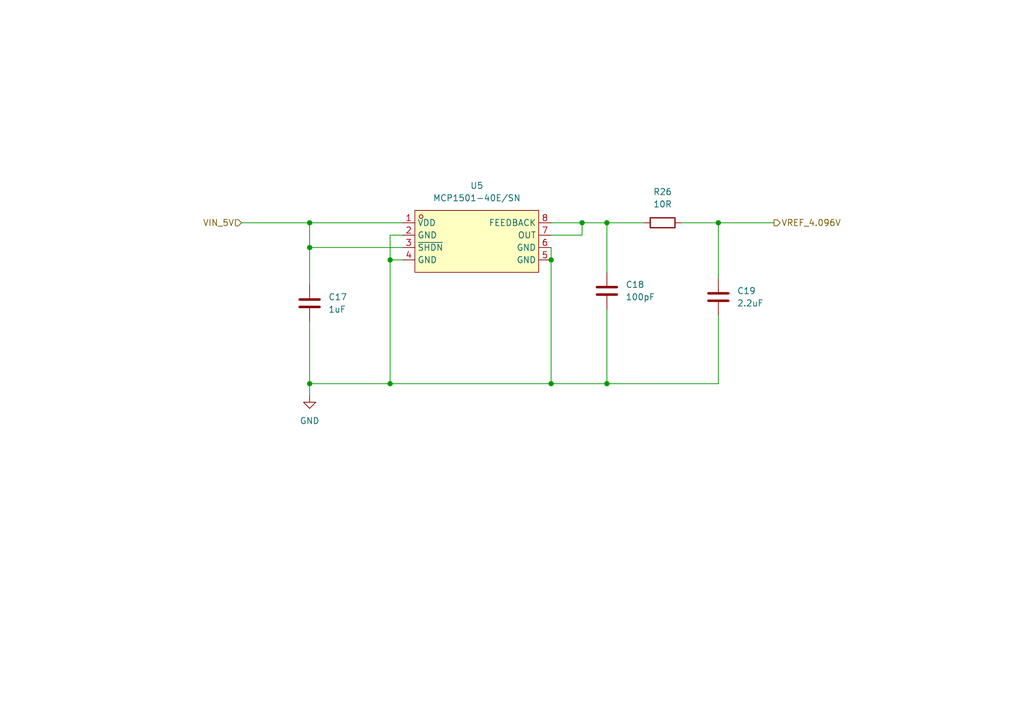
<source format=kicad_sch>
(kicad_sch (version 20250114) (generator "eeschema") (generator_version "9.0")
  (paper "A5")
  (lib_symbols
    (symbol "Device:C" (pin_numbers (hide yes)) (pin_names (offset 0.254))
      (property "Reference" "C" (at 0.635 2.54 0))
      (property "Value" "C" (at 0.635 -2.54 0))
      (symbol "C_0_1"
        (polyline (pts (xy -2.032 0.762) (xy 2.032 0.762)) (stroke (width 0.508)))
        (polyline (pts (xy -2.032 -0.762) (xy 2.032 -0.762)) (stroke (width 0.508)))
      )
      (symbol "C_1_1"
        (pin passive line (at 0 3.81 270) (length 2.794) (name "~") (number "1"))
        (pin passive line (at 0 -3.81 90) (length 2.794) (name "~") (number "2"))
      )
    )
    (symbol "Device:R" (pin_numbers (hide yes)) (pin_names (offset 0))
      (property "Reference" "R" (at 2.032 0 90))
      (property "Value" "R" (at 0 0 90))
      (symbol "R_0_1"
        (rectangle (start -1.016 -2.54) (end 1.016 2.54) (stroke (width 0.254)))
      )
      (symbol "R_1_1"
        (pin passive line (at 0 3.81 270) (length 1.27) (name "~") (number "1"))
        (pin passive line (at 0 -3.81 90) (length 1.27) (name "~") (number "2"))
      )
    )
    (symbol "Passive:MCP1501-40E_SN"
      (property "Reference" "U" (at 0 8.89 0))
      (property "Value" "MCP1501-40E/SN" (at 0 -8.89 0))
      (symbol "MCP1501-40E_SN_0_1"
        (rectangle (start -12.7 6.35) (end 12.7 -6.35) (fill (type background)))
        (circle (center -11.43 5.08) (radius 0.38))
        (pin unspecified line (at -15.24 3.81 0) (length 2.54) (name "VDD") (number "1"))
        (pin unspecified line (at -15.24 1.27 0) (length 2.54) (name "GND") (number "2"))
        (pin unspecified line (at -15.24 -1.27 0) (length 2.54) (name "~{SHDN}") (number "3"))
        (pin unspecified line (at -15.24 -3.81 0) (length 2.54) (name "GND") (number "4"))
        (pin unspecified line (at 15.24 3.81 180) (length 2.54) (name "FEEDBACK") (number "8"))
        (pin unspecified line (at 15.24 1.27 180) (length 2.54) (name "OUT") (number "7"))
        (pin unspecified line (at 15.24 -1.27 180) (length 2.54) (name "GND") (number "6"))
        (pin unspecified line (at 15.24 -3.81 180) (length 2.54) (name "GND") (number "5"))
      )
    )
    (symbol "power:GND" (power) (pin_numbers (hide yes)) (pin_names (offset 0) (hide yes))
      (property "Value" "GND" (at 0 -3.81 0))
      (symbol "GND_0_1"
        (polyline (pts (xy 0 0) (xy 0 -1.27) (xy 1.27 -1.27) (xy 0 -2.54) (xy -1.27 -1.27) (xy 0 -1.27)))
      )
      (symbol "GND_1_1"
        (pin power_in line (at 0 0 270) (length 0) (name "~") (number "1"))
      )
    )
  )
  (junction (at 147.32 45.72))
  (junction (at 124.46 45.72))
  (junction (at 63.5 78.74))
  (junction (at 80.01 78.74))
  (junction (at 113.03 53.34))
  (junction (at 119.38 45.72))
  (junction (at 124.46 78.74))
  (junction (at 63.5 50.8))
  (junction (at 80.01 53.34))
  (junction (at 63.5 45.72))
  (junction (at 113.03 78.74))
  (wire (pts (xy 124.46 45.72) (xy 132.08 45.72)))
  (wire (pts (xy 124.46 78.74) (xy 113.03 78.74)))
  (wire (pts (xy 63.5 45.72) (xy 63.5 50.8)))
  (wire (pts (xy 113.03 48.26) (xy 119.38 48.26)))
  (wire (pts (xy 63.5 50.8) (xy 82.55 50.8)))
  (wire (pts (xy 113.03 45.72) (xy 119.38 45.72)))
  (wire (pts (xy 147.32 64.77) (xy 147.32 78.74)))
  (wire (pts (xy 80.01 78.74) (xy 63.5 78.74)))
  (wire (pts (xy 119.38 48.26) (xy 119.38 45.72)))
  (wire (pts (xy 80.01 53.34) (xy 82.55 53.34)))
  (wire (pts (xy 113.03 78.74) (xy 113.03 53.34)))
  (wire (pts (xy 49.53 45.72) (xy 63.5 45.72)))
  (wire (pts (xy 80.01 53.34) (xy 80.01 78.74)))
  (wire (pts (xy 63.5 50.8) (xy 63.5 58.42)))
  (wire (pts (xy 124.46 55.88) (xy 124.46 45.72)))
  (wire (pts (xy 80.01 48.26) (xy 80.01 53.34)))
  (wire (pts (xy 139.7 45.72) (xy 147.32 45.72)))
  (wire (pts (xy 147.32 45.72) (xy 147.32 57.15)))
  (wire (pts (xy 63.5 78.74) (xy 63.5 66.04)))
  (wire (pts (xy 124.46 63.5) (xy 124.46 78.74)))
  (wire (pts (xy 80.01 78.74) (xy 113.03 78.74)))
  (wire (pts (xy 63.5 81.28) (xy 63.5 78.74)))
  (wire (pts (xy 124.46 78.74) (xy 147.32 78.74)))
  (wire (pts (xy 119.38 45.72) (xy 124.46 45.72)))
  (wire (pts (xy 63.5 45.72) (xy 82.55 45.72)))
  (wire (pts (xy 82.55 48.26) (xy 80.01 48.26)))
  (wire (pts (xy 113.03 50.8) (xy 113.03 53.34)))
  (wire (pts (xy 147.32 45.72) (xy 158.75 45.72)))
  (hierarchical_label "VIN_5V" (shape input) (at 49.53 45.72 180))
  (hierarchical_label "VREF_4.096V" (shape output) (at 158.75 45.72 0))
  (symbol (lib_id "Device:C") (at 147.32 60.96 0) (unit 1)
    (property "Reference" "C19" (at 151.13 59.6899 0) (effects (justify left)))
    (property "Value" "2.2uF" (at 151.13 62.2299 0) (effects (justify left)))
    (property "Description" "Unpolarized capacitor" (effects (hide yes)))
  )
  (symbol (lib_id "power:GND") (at 63.5 81.28 0) (unit 1)
    (property "Reference" "#PWR014" (effects (hide yes)))
    (property "Value" "GND" (at 63.5 86.36 0))
    (property "Description" "Power symbol creates a global label with name \"GND\" , ground" (effects (hide yes)))
  )
  (symbol (lib_id "Passive:MCP1501-40E_SN") (at 97.79 49.53 0) (unit 1)
    (property "Reference" "U5" (at 97.79 38.1 0))
    (property "Value" "MCP1501-40E/SN" (at 97.79 40.64 0))
    (property "Footprint" "Package_SO:SOIC-8_3.9x4.9mm_P1.27mm" (effects (hide yes)))
    (property "LCSC Part" "C1575589" (effects (hide yes)))
  )
  (symbol (lib_id "Device:R") (at 135.89 45.72 90) (unit 1)
    (property "Reference" "R26" (at 135.89 39.37 90))
    (property "Value" "10R" (at 135.89 41.91 90))
    (property "Description" "Resistor" (effects (hide yes)))
  )
  (symbol (lib_id "Device:C") (at 124.46 59.69 0) (unit 1)
    (property "Reference" "C18" (at 128.27 58.4199 0) (effects (justify left)))
    (property "Value" "100pF" (at 128.27 60.9599 0) (effects (justify left)))
    (property "Description" "Unpolarized capacitor" (effects (hide yes)))
  )
  (symbol (lib_id "Device:C") (at 63.5 62.23 0) (unit 1)
    (property "Reference" "C17" (at 67.31 60.9599 0) (effects (justify left)))
    (property "Value" "1uF" (at 67.31 63.4999 0) (effects (justify left)))
    (property "Description" "Unpolarized capacitor" (effects (hide yes)))
  )
)
</source>
